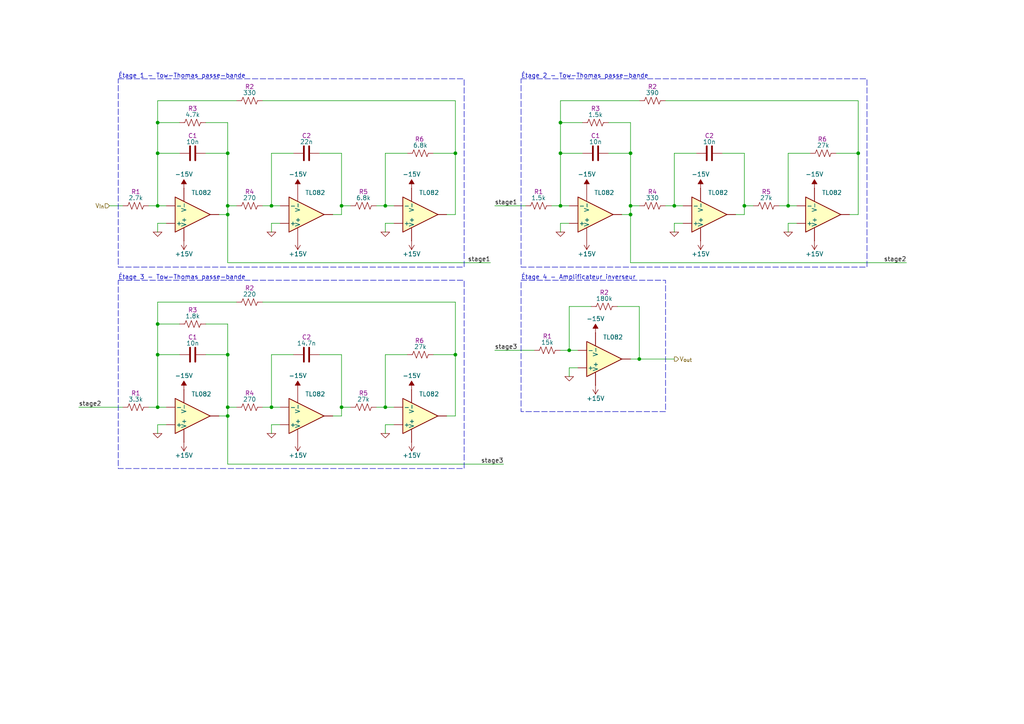
<source format=kicad_sch>
(kicad_sch (version 20250114) (generator "eeschema") (generator_version "9.0")
  (paper "A4")
  (title_block (title "Filtre passe-bande"))
  (lib_symbols
    (symbol "Device:C" (pin_numbers (hide yes)) (pin_names (offset 0.254))
      (property "Reference" "C" (at 0.635 2.54 0))
      (property "Value" "C" (at 0.635 -2.54 0))
      (symbol "C_0_1"
        (polyline (pts (xy -2.032 0.762) (xy 2.032 0.762)) (stroke (width 0.508)))
        (polyline (pts (xy -2.032 -0.762) (xy 2.032 -0.762)) (stroke (width 0.508)))
      )
      (symbol "C_1_1"
        (pin passive line (at 0 3.81 270) (length 2.794) (name "~") (number "1"))
        (pin passive line (at 0 -3.81 90) (length 2.794) (name "~") (number "2"))
      )
    )
    (symbol "Device:R_US" (pin_numbers (hide yes)) (pin_names (offset 0))
      (property "Reference" "R" (at 2.54 0 90))
      (property "Value" "R_US" (at -2.54 0 90))
      (symbol "R_US_0_1"
        (polyline (pts (xy 0 2.286) (xy 0 2.54)))
        (polyline (pts (xy 0 2.286) (xy 1.016 1.905) (xy 0 1.524) (xy -1.016 1.143) (xy 0 0.762)))
        (polyline (pts (xy 0 0.762) (xy 1.016 0.381) (xy 0 0) (xy -1.016 -0.381) (xy 0 -0.762)))
        (polyline (pts (xy 0 -0.762) (xy 1.016 -1.143) (xy 0 -1.524) (xy -1.016 -1.905) (xy 0 -2.286)))
        (polyline (pts (xy 0 -2.286) (xy 0 -2.54)))
      )
      (symbol "R_US_1_1"
        (pin passive line (at 0 3.81 270) (length 1.27) (name "~") (number "1"))
        (pin passive line (at 0 -3.81 90) (length 1.27) (name "~") (number "2"))
      )
    )
    (symbol "OPAMP_1" (pin_numbers (hide yes)) (pin_names (offset 0.254))
      (property "Reference" "U" (at 3.81 3.175 0))
      (property "Value" "${SIM.PARAMS}" (at 3.81 -3.175 0))
      (symbol "OPAMP_1_0_1"
        (polyline (pts (xy 5.08 0) (xy -5.08 5.08) (xy -5.08 -5.08) (xy 5.08 0)) (stroke (width 0.254)) (fill (type background)))
      )
      (symbol "OPAMP_1_1_1"
        (pin input line (at -7.62 2.54 0) (length 2.54) (name "+") (number "1"))
        (pin input line (at -7.62 -2.54 0) (length 2.54) (name "-") (number "2"))
        (pin power_in line (at -2.54 7.62 270) (length 3.81) (name "V+") (number "3"))
        (pin power_in line (at -2.54 -7.62 90) (length 3.81) (name "V-") (number "4"))
        (pin output line (at 7.62 0 180) (length 2.54) (name "~") (number "5"))
      )
    )
    (symbol "OPAMP_2" (pin_numbers (hide yes)) (pin_names (offset 0.254))
      (property "Reference" "U" (at 3.81 3.175 0))
      (property "Value" "${SIM.PARAMS}" (at 3.81 -3.175 0))
      (symbol "OPAMP_2_0_1"
        (polyline (pts (xy 5.08 0) (xy -5.08 5.08) (xy -5.08 -5.08) (xy 5.08 0)) (stroke (width 0.254)) (fill (type background)))
      )
      (symbol "OPAMP_2_1_1"
        (pin input line (at -7.62 2.54 0) (length 2.54) (name "+") (number "1"))
        (pin input line (at -7.62 -2.54 0) (length 2.54) (name "-") (number "2"))
        (pin power_in line (at -2.54 7.62 270) (length 3.81) (name "V+") (number "3"))
        (pin power_in line (at -2.54 -7.62 90) (length 3.81) (name "V-") (number "4"))
        (pin output line (at 7.62 0 180) (length 2.54) (name "~") (number "5"))
      )
    )
    (symbol "OPAMP_3" (pin_numbers (hide yes)) (pin_names (offset 0.254))
      (property "Reference" "U" (at 3.81 3.175 0))
      (property "Value" "${SIM.PARAMS}" (at 3.81 -3.175 0))
      (symbol "OPAMP_3_0_1"
        (polyline (pts (xy 5.08 0) (xy -5.08 5.08) (xy -5.08 -5.08) (xy 5.08 0)) (stroke (width 0.254)) (fill (type background)))
      )
      (symbol "OPAMP_3_1_1"
        (pin input line (at -7.62 2.54 0) (length 2.54) (name "+") (number "1"))
        (pin input line (at -7.62 -2.54 0) (length 2.54) (name "-") (number "2"))
        (pin power_in line (at -2.54 7.62 270) (length 3.81) (name "V+") (number "3"))
        (pin power_in line (at -2.54 -7.62 90) (length 3.81) (name "V-") (number "4"))
        (pin output line (at 7.62 0 180) (length 2.54) (name "~") (number "5"))
      )
    )
    (symbol "OPAMP_4" (pin_numbers (hide yes)) (pin_names (offset 0.254))
      (property "Reference" "U" (at 3.81 3.175 0))
      (property "Value" "${SIM.PARAMS}" (at 3.81 -3.175 0))
      (symbol "OPAMP_4_0_1"
        (polyline (pts (xy 5.08 0) (xy -5.08 5.08) (xy -5.08 -5.08) (xy 5.08 0)) (stroke (width 0.254)) (fill (type background)))
      )
      (symbol "OPAMP_4_1_1"
        (pin input line (at -7.62 2.54 0) (length 2.54) (name "+") (number "1"))
        (pin input line (at -7.62 -2.54 0) (length 2.54) (name "-") (number "2"))
        (pin power_in line (at -2.54 7.62 270) (length 3.81) (name "V+") (number "3"))
        (pin power_in line (at -2.54 -7.62 90) (length 3.81) (name "V-") (number "4"))
        (pin output line (at 7.62 0 180) (length 2.54) (name "~") (number "5"))
      )
    )
    (symbol "OPAMP_5" (pin_numbers (hide yes)) (pin_names (offset 0.254))
      (property "Reference" "U" (at 3.81 3.175 0))
      (property "Value" "${SIM.PARAMS}" (at 3.81 -3.175 0))
      (symbol "OPAMP_5_0_1"
        (polyline (pts (xy 5.08 0) (xy -5.08 5.08) (xy -5.08 -5.08) (xy 5.08 0)) (stroke (width 0.254)) (fill (type background)))
      )
      (symbol "OPAMP_5_1_1"
        (pin input line (at -7.62 2.54 0) (length 2.54) (name "+") (number "1"))
        (pin input line (at -7.62 -2.54 0) (length 2.54) (name "-") (number "2"))
        (pin power_in line (at -2.54 7.62 270) (length 3.81) (name "V+") (number "3"))
        (pin power_in line (at -2.54 -7.62 90) (length 3.81) (name "V-") (number "4"))
        (pin output line (at 7.62 0 180) (length 2.54) (name "~") (number "5"))
      )
    )
    (symbol "OPAMP_6" (pin_numbers (hide yes)) (pin_names (offset 0.254))
      (property "Reference" "U" (at 3.81 3.175 0))
      (property "Value" "${SIM.PARAMS}" (at 3.81 -3.175 0))
      (symbol "OPAMP_6_0_1"
        (polyline (pts (xy 5.08 0) (xy -5.08 5.08) (xy -5.08 -5.08) (xy 5.08 0)) (stroke (width 0.254)) (fill (type background)))
      )
      (symbol "OPAMP_6_1_1"
        (pin input line (at -7.62 2.54 0) (length 2.54) (name "+") (number "1"))
        (pin input line (at -7.62 -2.54 0) (length 2.54) (name "-") (number "2"))
        (pin power_in line (at -2.54 7.62 270) (length 3.81) (name "V+") (number "3"))
        (pin power_in line (at -2.54 -7.62 90) (length 3.81) (name "V-") (number "4"))
        (pin output line (at 7.62 0 180) (length 2.54) (name "~") (number "5"))
      )
    )
    (symbol "OPAMP_7" (pin_numbers (hide yes)) (pin_names (offset 0.254))
      (property "Reference" "U" (at 3.81 3.175 0))
      (property "Value" "${SIM.PARAMS}" (at 3.81 -3.175 0))
      (symbol "OPAMP_7_0_1"
        (polyline (pts (xy 5.08 0) (xy -5.08 5.08) (xy -5.08 -5.08) (xy 5.08 0)) (stroke (width 0.254)) (fill (type background)))
      )
      (symbol "OPAMP_7_1_1"
        (pin input line (at -7.62 2.54 0) (length 2.54) (name "+") (number "1"))
        (pin input line (at -7.62 -2.54 0) (length 2.54) (name "-") (number "2"))
        (pin power_in line (at -2.54 7.62 270) (length 3.81) (name "V+") (number "3"))
        (pin power_in line (at -2.54 -7.62 90) (length 3.81) (name "V-") (number "4"))
        (pin output line (at 7.62 0 180) (length 2.54) (name "~") (number "5"))
      )
    )
    (symbol "OPAMP_8" (pin_numbers (hide yes)) (pin_names (offset 0.254))
      (property "Reference" "U" (at 3.81 3.175 0))
      (property "Value" "${SIM.PARAMS}" (at 3.81 -3.175 0))
      (symbol "OPAMP_8_0_1"
        (polyline (pts (xy 5.08 0) (xy -5.08 5.08) (xy -5.08 -5.08) (xy 5.08 0)) (stroke (width 0.254)) (fill (type background)))
      )
      (symbol "OPAMP_8_1_1"
        (pin input line (at -7.62 2.54 0) (length 2.54) (name "+") (number "1"))
        (pin input line (at -7.62 -2.54 0) (length 2.54) (name "-") (number "2"))
        (pin power_in line (at -2.54 7.62 270) (length 3.81) (name "V+") (number "3"))
        (pin power_in line (at -2.54 -7.62 90) (length 3.81) (name "V-") (number "4"))
        (pin output line (at 7.62 0 180) (length 2.54) (name "~") (number "5"))
      )
    )
    (symbol "OPAMP_9" (pin_numbers (hide yes)) (pin_names (offset 0.254))
      (property "Reference" "U" (at 3.81 3.175 0))
      (property "Value" "${SIM.PARAMS}" (at 3.81 -3.175 0))
      (symbol "OPAMP_9_0_1"
        (polyline (pts (xy 5.08 0) (xy -5.08 5.08) (xy -5.08 -5.08) (xy 5.08 0)) (stroke (width 0.254)) (fill (type background)))
      )
      (symbol "OPAMP_9_1_1"
        (pin input line (at -7.62 2.54 0) (length 2.54) (name "+") (number "1"))
        (pin input line (at -7.62 -2.54 0) (length 2.54) (name "-") (number "2"))
        (pin power_in line (at -2.54 7.62 270) (length 3.81) (name "V+") (number "3"))
        (pin power_in line (at -2.54 -7.62 90) (length 3.81) (name "V-") (number "4"))
        (pin output line (at 7.62 0 180) (length 2.54) (name "~") (number "5"))
      )
    )
    (symbol "Simulation_SPICE:0" (power) (pin_numbers (hide yes)) (pin_names (offset 0) (hide yes))
      (property "Value" "0" (at 0 -2.54 0))
      (symbol "0_0_1"
        (polyline (pts (xy -1.27 0) (xy 0 -1.27) (xy 1.27 0) (xy -1.27 0)))
      )
      (symbol "0_1_1"
        (pin power_in line (at 0 0 0) (length 0) (name "~") (number "1"))
      )
    )
    (symbol "Simulation_SPICE:OPAMP" (pin_numbers (hide yes)) (pin_names (offset 0.254))
      (property "Reference" "U" (at 3.81 3.175 0))
      (property "Value" "${SIM.PARAMS}" (at 3.81 -3.175 0))
      (symbol "OPAMP_0_1"
        (polyline (pts (xy 5.08 0) (xy -5.08 5.08) (xy -5.08 -5.08) (xy 5.08 0)) (stroke (width 0.254)) (fill (type background)))
      )
      (symbol "OPAMP_1_1"
        (pin input line (at -7.62 2.54 0) (length 2.54) (name "+") (number "1"))
        (pin input line (at -7.62 -2.54 0) (length 2.54) (name "-") (number "2"))
        (pin power_in line (at -2.54 7.62 270) (length 3.81) (name "V+") (number "3"))
        (pin power_in line (at -2.54 -7.62 90) (length 3.81) (name "V-") (number "4"))
        (pin output line (at 7.62 0 180) (length 2.54) (name "~") (number "5"))
      )
    )
    (symbol "power:+15V" (power) (pin_numbers (hide yes)) (pin_names (offset 0) (hide yes))
      (property "Value" "+15V" (at 0 3.556 0))
      (symbol "+15V_0_1"
        (polyline (pts (xy -0.762 1.27) (xy 0 2.54)))
        (polyline (pts (xy 0 2.54) (xy 0.762 1.27)))
        (polyline (pts (xy 0 0) (xy 0 2.54)))
      )
      (symbol "+15V_1_1"
        (pin power_in line (at 0 0 90) (length 0) (name "~") (number "1"))
      )
    )
    (symbol "power:-15V" (power) (pin_numbers (hide yes)) (pin_names (offset 0) (hide yes))
      (property "Value" "-15V" (at 0 3.556 0))
      (symbol "-15V_0_0"
        (pin power_in line (at 0 0 90) (length 0) (name "~") (number "1"))
      )
      (symbol "-15V_0_1"
        (polyline (pts (xy 0 0) (xy 0 1.27) (xy 0.762 1.27) (xy 0 2.54) (xy -0.762 1.27) (xy 0 1.27)) (fill (type outline)))
      )
    )
  )
  (rectangle (start 151.13 22.86) (end 251.46 77.47) (stroke (width 0) (type dash)))
  (rectangle (start 34.29 81.28) (end 134.62 135.89) (stroke (width 0) (type dash)))
  (rectangle (start 151.13 81.28) (end 193.04 119.38) (stroke (width 0) (type dash)))
  (rectangle (start 34.29 22.86) (end 134.62 77.47) (stroke (width 0) (type dash)))
  (text "Étage 4 - Amplificateur inverseur" (at 151.13 81.28 0) (effects (font (size 1.27 1.27)) (justify left bottom)))
  (text "Étage 1 - Tow-Thomas passe-bande" (at 34.29 22.86 0) (effects (font (size 1.27 1.27)) (justify left bottom)))
  (text "Étage 3 - Tow-Thomas passe-bande" (at 34.29 81.28 0) (effects (font (size 1.27 1.27)) (justify left bottom)))
  (text "Étage 2 - Tow-Thomas passe-bande" (at 151.13 22.86 0) (effects (font (size 1.27 1.27)) (justify left bottom)))
  (junction (at 78.74 59.69))
  (junction (at 162.56 44.45))
  (junction (at 162.56 59.69))
  (junction (at 66.04 62.23))
  (junction (at 111.76 59.69))
  (junction (at 78.74 118.11))
  (junction (at 45.72 118.11))
  (junction (at 66.04 120.65))
  (junction (at 66.04 59.69))
  (junction (at 165.1 101.6))
  (junction (at 66.04 44.45))
  (junction (at 132.08 102.87))
  (junction (at 228.6 59.69))
  (junction (at 45.72 59.69))
  (junction (at 248.92 44.45))
  (junction (at 45.72 102.87))
  (junction (at 66.04 118.11))
  (junction (at 45.72 44.45))
  (junction (at 111.76 118.11))
  (junction (at 45.72 93.98))
  (junction (at 182.88 44.45))
  (junction (at 185.42 104.14))
  (junction (at 182.88 59.69))
  (junction (at 45.72 35.56))
  (junction (at 162.56 35.56))
  (junction (at 182.88 62.23))
  (junction (at 66.04 102.87))
  (junction (at 99.06 118.11))
  (junction (at 195.58 59.69))
  (junction (at 215.9 59.69))
  (junction (at 132.08 44.45))
  (junction (at 99.06 59.69))
  (wire (pts (xy 182.88 62.23) (xy 182.88 76.2)))
  (wire (pts (xy 176.53 44.45) (xy 182.88 44.45)))
  (wire (pts (xy 215.9 44.45) (xy 215.9 59.69)))
  (wire (pts (xy 59.69 102.87) (xy 66.04 102.87)))
  (wire (pts (xy 111.76 118.11) (xy 114.3 118.11)))
  (wire (pts (xy 179.07 88.9) (xy 185.42 88.9)))
  (wire (pts (xy 248.92 44.45) (xy 248.92 62.23)))
  (wire (pts (xy 66.04 93.98) (xy 66.04 102.87)))
  (wire (pts (xy 228.6 59.69) (xy 231.14 59.69)))
  (wire (pts (xy 45.72 93.98) (xy 45.72 87.63)))
  (wire (pts (xy 45.72 87.63) (xy 68.58 87.63)))
  (wire (pts (xy 45.72 35.56) (xy 45.72 29.21)))
  (wire (pts (xy 125.73 102.87) (xy 132.08 102.87)))
  (wire (pts (xy 162.56 35.56) (xy 162.56 29.21)))
  (wire (pts (xy 66.04 118.11) (xy 68.58 118.11)))
  (wire (pts (xy 66.04 44.45) (xy 66.04 59.69)))
  (wire (pts (xy 242.57 44.45) (xy 248.92 44.45)))
  (wire (pts (xy 226.06 59.69) (xy 228.6 59.69)))
  (wire (pts (xy 109.22 59.69) (xy 111.76 59.69)))
  (wire (pts (xy 78.74 67.31) (xy 78.74 64.77)))
  (wire (pts (xy 234.95 44.45) (xy 228.6 44.45)))
  (wire (pts (xy 111.76 123.19) (xy 114.3 123.19)))
  (wire (pts (xy 45.72 118.11) (xy 48.26 118.11)))
  (wire (pts (xy 132.08 29.21) (xy 132.08 44.45)))
  (wire (pts (xy 43.18 59.69) (xy 45.72 59.69)))
  (wire (pts (xy 78.74 59.69) (xy 81.28 59.69)))
  (wire (pts (xy 45.72 102.87) (xy 45.72 118.11)))
  (wire (pts (xy 125.73 44.45) (xy 132.08 44.45)))
  (wire (pts (xy 182.88 59.69) (xy 182.88 62.23)))
  (wire (pts (xy 182.88 44.45) (xy 182.88 59.69)))
  (wire (pts (xy 165.1 101.6) (xy 167.64 101.6)))
  (wire (pts (xy 76.2 29.21) (xy 132.08 29.21)))
  (wire (pts (xy 162.56 101.6) (xy 165.1 101.6)))
  (wire (pts (xy 59.69 35.56) (xy 66.04 35.56)))
  (wire (pts (xy 228.6 64.77) (xy 231.14 64.77)))
  (wire (pts (xy 99.06 118.11) (xy 99.06 120.65)))
  (wire (pts (xy 78.74 125.73) (xy 78.74 123.19)))
  (wire (pts (xy 66.04 134.62) (xy 146.05 134.62)))
  (wire (pts (xy 99.06 118.11) (xy 101.6 118.11)))
  (wire (pts (xy 201.93 44.45) (xy 195.58 44.45)))
  (wire (pts (xy 66.04 120.65) (xy 63.5 120.65)))
  (wire (pts (xy 118.11 44.45) (xy 111.76 44.45)))
  (wire (pts (xy 66.04 62.23) (xy 66.04 76.2)))
  (wire (pts (xy 168.91 44.45) (xy 162.56 44.45)))
  (wire (pts (xy 118.11 102.87) (xy 111.76 102.87)))
  (wire (pts (xy 45.72 123.19) (xy 48.26 123.19)))
  (wire (pts (xy 162.56 44.45) (xy 162.56 59.69)))
  (wire (pts (xy 195.58 67.31) (xy 195.58 64.77)))
  (wire (pts (xy 176.53 35.56) (xy 182.88 35.56)))
  (wire (pts (xy 66.04 59.69) (xy 66.04 62.23)))
  (wire (pts (xy 92.71 102.87) (xy 99.06 102.87)))
  (wire (pts (xy 165.1 109.22) (xy 165.1 106.68)))
  (wire (pts (xy 165.1 88.9) (xy 165.1 101.6)))
  (wire (pts (xy 78.74 123.19) (xy 81.28 123.19)))
  (wire (pts (xy 111.76 64.77) (xy 114.3 64.77)))
  (wire (pts (xy 96.52 62.23) (xy 99.06 62.23)))
  (wire (pts (xy 129.54 62.23) (xy 132.08 62.23)))
  (wire (pts (xy 193.04 29.21) (xy 248.92 29.21)))
  (wire (pts (xy 195.58 59.69) (xy 198.12 59.69)))
  (wire (pts (xy 111.76 102.87) (xy 111.76 118.11)))
  (wire (pts (xy 182.88 35.56) (xy 182.88 44.45)))
  (wire (pts (xy 132.08 87.63) (xy 132.08 102.87)))
  (wire (pts (xy 45.72 67.31) (xy 45.72 64.77)))
  (wire (pts (xy 59.69 93.98) (xy 66.04 93.98)))
  (wire (pts (xy 78.74 102.87) (xy 78.74 118.11)))
  (wire (pts (xy 209.55 44.45) (xy 215.9 44.45)))
  (wire (pts (xy 215.9 59.69) (xy 215.9 62.23)))
  (wire (pts (xy 66.04 59.69) (xy 68.58 59.69)))
  (wire (pts (xy 45.72 29.21) (xy 68.58 29.21)))
  (wire (pts (xy 66.04 62.23) (xy 63.5 62.23)))
  (wire (pts (xy 45.72 44.45) (xy 45.72 35.56)))
  (wire (pts (xy 171.45 88.9) (xy 165.1 88.9)))
  (wire (pts (xy 143.51 101.6) (xy 154.94 101.6)))
  (wire (pts (xy 31.75 59.69) (xy 35.56 59.69)))
  (wire (pts (xy 182.88 76.2) (xy 262.89 76.2)))
  (wire (pts (xy 132.08 44.45) (xy 132.08 62.23)))
  (wire (pts (xy 43.18 118.11) (xy 45.72 118.11)))
  (wire (pts (xy 182.88 104.14) (xy 185.42 104.14)))
  (wire (pts (xy 162.56 59.69) (xy 165.1 59.69)))
  (wire (pts (xy 111.76 67.31) (xy 111.76 64.77)))
  (wire (pts (xy 92.71 44.45) (xy 99.06 44.45)))
  (wire (pts (xy 228.6 44.45) (xy 228.6 59.69)))
  (wire (pts (xy 66.04 35.56) (xy 66.04 44.45)))
  (wire (pts (xy 45.72 93.98) (xy 52.07 93.98)))
  (wire (pts (xy 165.1 106.68) (xy 167.64 106.68)))
  (wire (pts (xy 111.76 44.45) (xy 111.76 59.69)))
  (wire (pts (xy 111.76 125.73) (xy 111.76 123.19)))
  (wire (pts (xy 66.04 120.65) (xy 66.04 134.62)))
  (wire (pts (xy 162.56 35.56) (xy 168.91 35.56)))
  (wire (pts (xy 52.07 102.87) (xy 45.72 102.87)))
  (wire (pts (xy 96.52 120.65) (xy 99.06 120.65)))
  (wire (pts (xy 182.88 62.23) (xy 180.34 62.23)))
  (wire (pts (xy 162.56 64.77) (xy 165.1 64.77)))
  (wire (pts (xy 78.74 118.11) (xy 81.28 118.11)))
  (wire (pts (xy 99.06 59.69) (xy 99.06 62.23)))
  (wire (pts (xy 109.22 118.11) (xy 111.76 118.11)))
  (wire (pts (xy 111.76 59.69) (xy 114.3 59.69)))
  (wire (pts (xy 22.86 118.11) (xy 35.56 118.11)))
  (wire (pts (xy 78.74 44.45) (xy 78.74 59.69)))
  (wire (pts (xy 143.51 59.69) (xy 152.4 59.69)))
  (wire (pts (xy 182.88 59.69) (xy 185.42 59.69)))
  (wire (pts (xy 185.42 104.14) (xy 195.58 104.14)))
  (wire (pts (xy 193.04 59.69) (xy 195.58 59.69)))
  (wire (pts (xy 78.74 64.77) (xy 81.28 64.77)))
  (wire (pts (xy 195.58 44.45) (xy 195.58 59.69)))
  (wire (pts (xy 45.72 102.87) (xy 45.72 93.98)))
  (wire (pts (xy 66.04 102.87) (xy 66.04 118.11)))
  (wire (pts (xy 162.56 29.21) (xy 185.42 29.21)))
  (wire (pts (xy 248.92 29.21) (xy 248.92 44.45)))
  (wire (pts (xy 45.72 59.69) (xy 48.26 59.69)))
  (wire (pts (xy 76.2 59.69) (xy 78.74 59.69)))
  (wire (pts (xy 215.9 59.69) (xy 218.44 59.69)))
  (wire (pts (xy 132.08 102.87) (xy 132.08 120.65)))
  (wire (pts (xy 162.56 67.31) (xy 162.56 64.77)))
  (wire (pts (xy 185.42 88.9) (xy 185.42 104.14)))
  (wire (pts (xy 45.72 44.45) (xy 45.72 59.69)))
  (wire (pts (xy 45.72 125.73) (xy 45.72 123.19)))
  (wire (pts (xy 99.06 44.45) (xy 99.06 59.69)))
  (wire (pts (xy 66.04 76.2) (xy 142.24 76.2)))
  (wire (pts (xy 99.06 59.69) (xy 101.6 59.69)))
  (wire (pts (xy 45.72 35.56) (xy 52.07 35.56)))
  (wire (pts (xy 76.2 87.63) (xy 132.08 87.63)))
  (wire (pts (xy 213.36 62.23) (xy 215.9 62.23)))
  (wire (pts (xy 129.54 120.65) (xy 132.08 120.65)))
  (wire (pts (xy 85.09 102.87) (xy 78.74 102.87)))
  (wire (pts (xy 45.72 64.77) (xy 48.26 64.77)))
  (wire (pts (xy 246.38 62.23) (xy 248.92 62.23)))
  (wire (pts (xy 52.07 44.45) (xy 45.72 44.45)))
  (wire (pts (xy 66.04 118.11) (xy 66.04 120.65)))
  (wire (pts (xy 99.06 102.87) (xy 99.06 118.11)))
  (wire (pts (xy 228.6 67.31) (xy 228.6 64.77)))
  (wire (pts (xy 59.69 44.45) (xy 66.04 44.45)))
  (wire (pts (xy 76.2 118.11) (xy 78.74 118.11)))
  (wire (pts (xy 85.09 44.45) (xy 78.74 44.45)))
  (wire (pts (xy 162.56 44.45) (xy 162.56 35.56)))
  (wire (pts (xy 195.58 64.77) (xy 198.12 64.77)))
  (wire (pts (xy 160.02 59.69) (xy 162.56 59.69)))
  (label "stage2" (at 22.86 118.11 0))
  (label "stage3" (at 143.51 101.6 0))
  (label "stage1" (at 142.24 76.2 180))
  (label "stage1" (at 143.51 59.69 0))
  (label "stage3" (at 146.05 134.62 180))
  (label "stage2" (at 262.89 76.2 180))
  (hierarchical_label "V_{out}" (shape output) (at 195.58 104.14 0))
  (hierarchical_label "V_{in}" (shape input) (at 31.75 59.69 180))
  (symbol (lib_id "power:+15V") (at 53.34 128.27 180) (unit 1)
    (property "Reference" "#PWR019" (effects (hide yes)))
    (property "Value" "+15V" (at 53.34 132.08 0))
    (property "Description" "Power symbol creates a global label with name \"+15V\"" (effects (hide yes)))
  )
  (symbol (lib_id "power:-15V") (at 172.72 96.52 0) (unit 1)
    (property "Reference" "#PWR020" (effects (hide yes)))
    (property "Value" "-15V" (at 172.72 92.456 0))
    (property "Description" "Power symbol creates a global label with name \"-15V\"" (effects (hide yes)))
    (instances (project "projet_2_1_2" (path "" (reference "#PWR020") (unit 1))) (project "projet_2_1_2" (path "" (reference "#PWR021") (unit 1))))
  )
  (symbol (lib_name "OPAMP_3") (lib_id "Simulation_SPICE:OPAMP") (at 121.92 62.23 0) (mirror x) (unit 1)
    (property "Reference" "U6" (effects (hide yes)))
    (property "Value" "TL082" (at 121.5233 55.88 0) (effects (justify left)))
    (property "Datasheet" "https://ngspice.sourceforge.io/docs/ngspice-html-manual/manual.xhtml#sec__SUBCKT_Subcircuits" (effects (hide yes)))
    (property "Description" "Operational amplifier, single" (effects (hide yes)))
    (property "Sim.Pins" "1=1 2=2 3=3 4=4 5=5" (effects (hide yes)))
    (property "Sim.Device" "SUBCKT" (effects (hide yes)))
    (property "Sim.Library" "TL082.MOD" (effects (hide yes)))
    (property "Sim.Name" "TL082" (effects (hide yes)))
    (instances (project "projet" (path "" (reference "U6") (unit 1))) (project "projet_2_1_2" (path "" (reference "U3") (unit 1))))
  )
  (symbol (lib_name "OPAMP_6") (lib_id "Simulation_SPICE:OPAMP") (at 238.76 62.23 0) (mirror x) (unit 1)
    (property "Reference" "U7" (effects (hide yes)))
    (property "Value" "TL082" (at 238.3633 55.88 0) (effects (justify left)))
    (property "Datasheet" "https://ngspice.sourceforge.io/docs/ngspice-html-manual/manual.xhtml#sec__SUBCKT_Subcircuits" (effects (hide yes)))
    (property "Description" "Operational amplifier, single" (effects (hide yes)))
    (property "Sim.Pins" "1=1 2=2 3=3 4=4 5=5" (effects (hide yes)))
    (property "Sim.Device" "SUBCKT" (effects (hide yes)))
    (property "Sim.Library" "TL082.MOD" (effects (hide yes)))
    (property "Sim.Name" "TL082" (effects (hide yes)))
  )
  (symbol (lib_id "Device:R_US") (at 156.21 59.69 90) (unit 1)
    (property "Reference" "R5" (effects (hide yes)))
    (property "Value" "1.5k" (at 156.21 57.404 90))
    (property "Description" "Resistor, US symbol" (effects (hide yes)))
    (property "Ref.Alt" "R1" (at 156.21 55.626 90))
  )
  (symbol (lib_id "power:+15V") (at 236.22 69.85 180) (unit 1)
    (property "Reference" "#PWR017" (effects (hide yes)))
    (property "Value" "+15V" (at 236.22 73.66 0))
    (property "Description" "Power symbol creates a global label with name \"+15V\"" (effects (hide yes)))
  )
  (symbol (lib_id "Device:R_US") (at 189.23 59.69 90) (unit 1)
    (property "Reference" "R11" (effects (hide yes)))
    (property "Value" "330" (at 189.23 57.404 90))
    (property "Description" "Resistor, US symbol" (effects (hide yes)))
    (property "Ref.Alt" "R4" (at 189.23 55.626 90))
  )
  (symbol (lib_id "Simulation_SPICE:0") (at 111.76 67.31 0) (unit 1)
    (property "Reference" "#GND012" (effects (hide yes)))
    (property "Value" "0" (effects (hide yes)))
    (property "Datasheet" "https://ngspice.sourceforge.io/docs/ngspice-html-manual/manual.xhtml#subsec_Circuit_elements__device" (effects (hide yes)))
    (property "Description" "0V reference potential for simulation" (effects (hide yes)))
    (instances (project "projet_2_1_2" (path "" (reference "#GND012") (unit 1))) (project "projet_2_1_2" (path "" (reference "#GND04") (unit 1))))
  )
  (symbol (lib_id "Device:R_US") (at 72.39 87.63 90) (unit 1)
    (property "Reference" "R20" (effects (hide yes)))
    (property "Value" "220" (at 72.39 85.344 90))
    (property "Description" "Resistor, US symbol" (effects (hide yes)))
    (property "Ref.Alt" "R2" (at 72.39 83.566 90))
  )
  (symbol (lib_id "Device:R_US") (at 39.37 59.69 90) (unit 1)
    (property "Reference" "R4" (effects (hide yes)))
    (property "Value" "2.7k" (at 39.37 57.404 90))
    (property "Description" "Resistor, US symbol" (effects (hide yes)))
    (property "Ref.Alt" "R1" (at 39.37 55.626 90))
    (instances (project "projet" (path "" (reference "R4") (unit 1))) (project "projet_2_1_2" (path "" (reference "R1") (unit 1))))
  )
  (symbol (lib_id "power:-15V") (at 86.36 113.03 0) (unit 1)
    (property "Reference" "#PWR022" (effects (hide yes)))
    (property "Value" "-15V" (at 86.36 108.966 0))
    (property "Description" "Power symbol creates a global label with name \"-15V\"" (effects (hide yes)))
  )
  (symbol (lib_id "Simulation_SPICE:0") (at 45.72 67.31 0) (unit 1)
    (property "Reference" "#GND08" (effects (hide yes)))
    (property "Value" "0" (effects (hide yes)))
    (property "Datasheet" "https://ngspice.sourceforge.io/docs/ngspice-html-manual/manual.xhtml#subsec_Circuit_elements__device" (effects (hide yes)))
    (property "Description" "0V reference potential for simulation" (effects (hide yes)))
    (instances (project "" (path "" (reference "#GND08") (unit 1))) (project "" (path "" (reference "#GND01") (unit 1))))
  )
  (symbol (lib_id "power:+15V") (at 172.72 111.76 180) (unit 1)
    (property "Reference" "#PWR021" (effects (hide yes)))
    (property "Value" "+15V" (at 172.72 115.57 0))
    (property "Description" "Power symbol creates a global label with name \"+15V\"" (effects (hide yes)))
    (instances (project "projet_2_1_2" (path "" (reference "#PWR021") (unit 1))) (project "projet_2_1_2" (path "" (reference "#PWR022") (unit 1))))
  )
  (symbol (lib_id "Simulation_SPICE:0") (at 78.74 125.73 0) (unit 1)
    (property "Reference" "#GND016" (effects (hide yes)))
    (property "Value" "0" (effects (hide yes)))
    (property "Datasheet" "https://ngspice.sourceforge.io/docs/ngspice-html-manual/manual.xhtml#subsec_Circuit_elements__device" (effects (hide yes)))
    (property "Description" "0V reference potential for simulation" (effects (hide yes)))
  )
  (symbol (lib_name "OPAMP_2") (lib_id "Simulation_SPICE:OPAMP") (at 88.9 62.23 0) (mirror x) (unit 1)
    (property "Reference" "U4" (effects (hide yes)))
    (property "Value" "TL082" (at 88.5033 55.88 0) (effects (justify left)))
    (property "Datasheet" "https://ngspice.sourceforge.io/docs/ngspice-html-manual/manual.xhtml#sec__SUBCKT_Subcircuits" (effects (hide yes)))
    (property "Description" "Operational amplifier, single" (effects (hide yes)))
    (property "Sim.Pins" "1=1 2=2 3=3 4=4 5=5" (effects (hide yes)))
    (property "Sim.Device" "SUBCKT" (effects (hide yes)))
    (property "Sim.Library" "TL082.MOD" (effects (hide yes)))
    (property "Sim.Name" "TL082" (effects (hide yes)))
    (instances (project "projet" (path "" (reference "U4") (unit 1))) (project "projet_2_1_2" (path "" (reference "U2") (unit 1))))
  )
  (symbol (lib_id "power:+15V") (at 119.38 69.85 180) (unit 1)
    (property "Reference" "#PWR015" (effects (hide yes)))
    (property "Value" "+15V" (at 119.38 73.66 0))
    (property "Description" "Power symbol creates a global label with name \"+15V\"" (effects (hide yes)))
    (instances (project "projet_2_1_2" (path "" (reference "#PWR015") (unit 1))) (project "projet_2_1_2" (path "" (reference "#PWR08") (unit 1))))
  )
  (symbol (lib_id "Simulation_SPICE:0") (at 165.1 109.22 0) (unit 1)
    (property "Reference" "#GND015" (effects (hide yes)))
    (property "Value" "0" (effects (hide yes)))
    (property "Datasheet" "https://ngspice.sourceforge.io/docs/ngspice-html-manual/manual.xhtml#subsec_Circuit_elements__device" (effects (hide yes)))
    (property "Description" "0V reference potential for simulation" (effects (hide yes)))
    (instances (project "projet_2_1_2" (path "" (reference "#GND015") (unit 1))) (project "projet_2_1_2" (path "" (reference "#GND06") (unit 1))))
  )
  (symbol (lib_id "Device:R_US") (at 238.76 44.45 90) (unit 1)
    (property "Reference" "R15" (effects (hide yes)))
    (property "Value" "27k" (at 238.76 42.164 90))
    (property "Description" "Resistor, US symbol" (effects (hide yes)))
    (property "Ref.Alt" "R6" (at 238.506 40.386 90))
  )
  (symbol (lib_id "power:-15V") (at 53.34 54.61 0) (unit 1)
    (property "Reference" "#PWR06" (effects (hide yes)))
    (property "Value" "-15V" (at 53.34 50.546 0))
    (property "Description" "Power symbol creates a global label with name \"-15V\"" (effects (hide yes)))
    (instances (project "projet_2_1_2" (path "" (reference "#PWR06") (unit 1))) (project "projet_2_1_2" (path "" (reference "#PWR04") (unit 1))))
  )
  (symbol (lib_id "Device:R_US") (at 175.26 88.9 90) (unit 1)
    (property "Reference" "R19" (effects (hide yes)))
    (property "Value" "180k" (at 175.26 86.614 90))
    (property "Description" "Resistor, US symbol" (effects (hide yes)))
    (property "Ref.Alt" "R2" (at 175.26 84.836 90))
    (instances (project "projet" (path "" (reference "R19") (unit 1))) (project "projet_2_1_2" (path "" (reference "R20") (unit 1))))
  )
  (symbol (lib_id "Simulation_SPICE:0") (at 162.56 67.31 0) (unit 1)
    (property "Reference" "#GND09" (effects (hide yes)))
    (property "Value" "0" (effects (hide yes)))
    (property "Datasheet" "https://ngspice.sourceforge.io/docs/ngspice-html-manual/manual.xhtml#subsec_Circuit_elements__device" (effects (hide yes)))
    (property "Description" "0V reference potential for simulation" (effects (hide yes)))
  )
  (symbol (lib_id "power:+15V") (at 170.18 69.85 180) (unit 1)
    (property "Reference" "#PWR09" (effects (hide yes)))
    (property "Value" "+15V" (at 170.18 73.66 0))
    (property "Description" "Power symbol creates a global label with name \"+15V\"" (effects (hide yes)))
  )
  (symbol (lib_name "OPAMP_5") (lib_id "Simulation_SPICE:OPAMP") (at 205.74 62.23 0) (mirror x) (unit 1)
    (property "Reference" "U5" (effects (hide yes)))
    (property "Value" "TL082" (at 205.3433 55.88 0) (effects (justify left)))
    (property "Datasheet" "https://ngspice.sourceforge.io/docs/ngspice-html-manual/manual.xhtml#sec__SUBCKT_Subcircuits" (effects (hide yes)))
    (property "Description" "Operational amplifier, single" (effects (hide yes)))
    (property "Sim.Pins" "1=1 2=2 3=3 4=4 5=5" (effects (hide yes)))
    (property "Sim.Device" "SUBCKT" (effects (hide yes)))
    (property "Sim.Library" "TL082.MOD" (effects (hide yes)))
    (property "Sim.Name" "TL082" (effects (hide yes)))
  )
  (symbol (lib_id "Device:R_US") (at 158.75 101.6 90) (unit 1)
    (property "Reference" "R17" (effects (hide yes)))
    (property "Value" "15k" (at 158.75 99.314 90))
    (property "Description" "Resistor, US symbol" (effects (hide yes)))
    (property "Ref.Alt" "R1" (at 158.75 97.536 90))
    (instances (project "projet" (path "" (reference "R17") (unit 1))) (project "projet_2_1_2" (path "" (reference "R19") (unit 1))))
  )
  (symbol (lib_id "Device:C") (at 205.74 44.45 90) (unit 1)
    (property "Reference" "C5" (effects (hide yes)))
    (property "Value" "10n" (at 205.74 41.148 90))
    (property "Description" "Unpolarized capacitor" (effects (hide yes)))
    (property "Ref.Alt" "C2" (at 205.74 39.37 90))
  )
  (symbol (lib_name "OPAMP_7") (lib_id "Simulation_SPICE:OPAMP") (at 55.88 120.65 0) (mirror x) (unit 1)
    (property "Reference" "U8" (effects (hide yes)))
    (property "Value" "TL082" (at 55.4833 114.3 0) (effects (justify left)))
    (property "Datasheet" "https://ngspice.sourceforge.io/docs/ngspice-html-manual/manual.xhtml#sec__SUBCKT_Subcircuits" (effects (hide yes)))
    (property "Description" "Operational amplifier, single" (effects (hide yes)))
    (property "Sim.Pins" "1=1 2=2 3=3 4=4 5=5" (effects (hide yes)))
    (property "Sim.Device" "SUBCKT" (effects (hide yes)))
    (property "Sim.Library" "TL082.MOD" (effects (hide yes)))
    (property "Sim.Name" "TL082" (effects (hide yes)))
  )
  (symbol (lib_id "Device:R_US") (at 121.92 102.87 90) (unit 1)
    (property "Reference" "R23" (effects (hide yes)))
    (property "Value" "27k" (at 121.92 100.584 90))
    (property "Description" "Resistor, US symbol" (effects (hide yes)))
    (property "Ref.Alt" "R6" (at 121.666 98.806 90))
  )
  (symbol (lib_id "Device:R_US") (at 121.92 44.45 90) (unit 1)
    (property "Reference" "R14" (effects (hide yes)))
    (property "Value" "6.8k" (at 121.92 42.164 90))
    (property "Description" "Resistor, US symbol" (effects (hide yes)))
    (property "Ref.Alt" "R6" (at 121.666 40.386 90))
    (instances (project "projet" (path "" (reference "R14") (unit 1))) (project "projet_2_1_2" (path "" (reference "R6") (unit 1))))
  )
  (symbol (lib_name "OPAMP_9") (lib_id "Simulation_SPICE:OPAMP") (at 121.92 120.65 0) (mirror x) (unit 1)
    (property "Reference" "U11" (effects (hide yes)))
    (property "Value" "TL082" (at 121.5233 114.3 0) (effects (justify left)))
    (property "Datasheet" "https://ngspice.sourceforge.io/docs/ngspice-html-manual/manual.xhtml#sec__SUBCKT_Subcircuits" (effects (hide yes)))
    (property "Description" "Operational amplifier, single" (effects (hide yes)))
    (property "Sim.Pins" "1=1 2=2 3=3 4=4 5=5" (effects (hide yes)))
    (property "Sim.Device" "SUBCKT" (effects (hide yes)))
    (property "Sim.Library" "TL082.MOD" (effects (hide yes)))
    (property "Sim.Name" "TL082" (effects (hide yes)))
  )
  (symbol (lib_name "OPAMP_8") (lib_id "Simulation_SPICE:OPAMP") (at 88.9 120.65 0) (mirror x) (unit 1)
    (property "Reference" "U10" (effects (hide yes)))
    (property "Value" "TL082" (at 88.5033 114.3 0) (effects (justify left)))
    (property "Datasheet" "https://ngspice.sourceforge.io/docs/ngspice-html-manual/manual.xhtml#sec__SUBCKT_Subcircuits" (effects (hide yes)))
    (property "Description" "Operational amplifier, single" (effects (hide yes)))
    (property "Sim.Pins" "1=1 2=2 3=3 4=4 5=5" (effects (hide yes)))
    (property "Sim.Device" "SUBCKT" (effects (hide yes)))
    (property "Sim.Library" "TL082.MOD" (effects (hide yes)))
    (property "Sim.Name" "TL082" (effects (hide yes)))
  )
  (symbol (lib_id "power:-15V") (at 119.38 54.61 0) (unit 1)
    (property "Reference" "#PWR014" (effects (hide yes)))
    (property "Value" "-15V" (at 119.38 50.546 0))
    (property "Description" "Power symbol creates a global label with name \"-15V\"" (effects (hide yes)))
    (instances (project "projet_2_1_2" (path "" (reference "#PWR014") (unit 1))) (project "projet_2_1_2" (path "" (reference "#PWR07") (unit 1))))
  )
  (symbol (lib_id "Device:R_US") (at 55.88 35.56 90) (unit 1)
    (property "Reference" "R6" (effects (hide yes)))
    (property "Value" "4.7k" (at 55.88 33.274 90))
    (property "Description" "Resistor, US symbol" (effects (hide yes)))
    (property "Ref.Alt" "R3" (at 55.88 31.496 90))
  )
  (symbol (lib_id "Device:C") (at 88.9 44.45 90) (unit 1)
    (property "Reference" "C4" (effects (hide yes)))
    (property "Value" "22n" (at 88.9 41.148 90))
    (property "Description" "Unpolarized capacitor" (effects (hide yes)))
    (property "Ref.Alt" "C2" (at 88.9 39.37 90))
    (instances (project "projet" (path "" (reference "C4") (unit 1))) (project "projet_2_1_2" (path "" (reference "C2") (unit 1))))
  )
  (symbol (lib_id "Device:R_US") (at 189.23 29.21 90) (unit 1)
    (property "Reference" "R10" (effects (hide yes)))
    (property "Value" "390" (at 189.23 26.924 90))
    (property "Description" "Resistor, US symbol" (effects (hide yes)))
    (property "Ref.Alt" "R2" (at 189.23 25.146 90))
  )
  (symbol (lib_id "power:-15V") (at 119.38 113.03 0) (unit 1)
    (property "Reference" "#PWR024" (effects (hide yes)))
    (property "Value" "-15V" (at 119.38 108.966 0))
    (property "Description" "Power symbol creates a global label with name \"-15V\"" (effects (hide yes)))
  )
  (symbol (lib_id "Device:C") (at 88.9 102.87 90) (unit 1)
    (property "Reference" "C7" (effects (hide yes)))
    (property "Value" "14.7n" (at 88.9 99.568 90))
    (property "Description" "Unpolarized capacitor" (effects (hide yes)))
    (property "Ref.Alt" "C2" (at 88.9 97.79 90))
  )
  (symbol (lib_id "Simulation_SPICE:0") (at 228.6 67.31 0) (unit 1)
    (property "Reference" "#GND013" (effects (hide yes)))
    (property "Value" "0" (effects (hide yes)))
    (property "Datasheet" "https://ngspice.sourceforge.io/docs/ngspice-html-manual/manual.xhtml#subsec_Circuit_elements__device" (effects (hide yes)))
    (property "Description" "0V reference potential for simulation" (effects (hide yes)))
  )
  (symbol (lib_id "Device:R_US") (at 72.39 29.21 90) (unit 1)
    (property "Reference" "R8" (effects (hide yes)))
    (property "Value" "330" (at 72.39 26.924 90))
    (property "Description" "Resistor, US symbol" (effects (hide yes)))
    (property "Ref.Alt" "R2" (at 72.39 25.146 90))
    (instances (project "projet" (path "" (reference "R8") (unit 1))) (project "projet_2_1_2" (path "" (reference "R2") (unit 1))))
  )
  (symbol (lib_id "Simulation_SPICE:0") (at 78.74 67.31 0) (unit 1)
    (property "Reference" "#GND010" (effects (hide yes)))
    (property "Value" "0" (effects (hide yes)))
    (property "Datasheet" "https://ngspice.sourceforge.io/docs/ngspice-html-manual/manual.xhtml#subsec_Circuit_elements__device" (effects (hide yes)))
    (property "Description" "0V reference potential for simulation" (effects (hide yes)))
    (instances (project "projet_2_1_2" (path "" (reference "#GND010") (unit 1))) (project "projet_2_1_2" (path "" (reference "#GND02") (unit 1))))
  )
  (symbol (lib_id "Device:R_US") (at 39.37 118.11 90) (unit 1)
    (property "Reference" "R16" (effects (hide yes)))
    (property "Value" "3.3k" (at 39.37 115.824 90))
    (property "Description" "Resistor, US symbol" (effects (hide yes)))
    (property "Ref.Alt" "R1" (at 39.37 114.046 90))
  )
  (symbol (lib_id "Simulation_SPICE:0") (at 195.58 67.31 0) (unit 1)
    (property "Reference" "#GND011" (effects (hide yes)))
    (property "Value" "0" (effects (hide yes)))
    (property "Datasheet" "https://ngspice.sourceforge.io/docs/ngspice-html-manual/manual.xhtml#subsec_Circuit_elements__device" (effects (hide yes)))
    (property "Description" "0V reference potential for simulation" (effects (hide yes)))
  )
  (symbol (lib_id "Device:R_US") (at 55.88 93.98 90) (unit 1)
    (property "Reference" "R18" (effects (hide yes)))
    (property "Value" "1.8k" (at 55.88 91.694 90))
    (property "Description" "Resistor, US symbol" (effects (hide yes)))
    (property "Ref.Alt" "R3" (at 55.88 89.916 90))
  )
  (symbol (lib_id "power:-15V") (at 86.36 54.61 0) (unit 1)
    (property "Reference" "#PWR010" (effects (hide yes)))
    (property "Value" "-15V" (at 86.36 50.546 0))
    (property "Description" "Power symbol creates a global label with name \"-15V\"" (effects (hide yes)))
    (instances (project "projet_2_1_2" (path "" (reference "#PWR010") (unit 1))) (project "projet_2_1_2" (path "" (reference "#PWR05") (unit 1))))
  )
  (symbol (lib_id "power:+15V") (at 203.2 69.85 180) (unit 1)
    (property "Reference" "#PWR013" (effects (hide yes)))
    (property "Value" "+15V" (at 203.2 73.66 0))
    (property "Description" "Power symbol creates a global label with name \"+15V\"" (effects (hide yes)))
  )
  (symbol (lib_id "power:-15V") (at 203.2 54.61 0) (unit 1)
    (property "Reference" "#PWR012" (effects (hide yes)))
    (property "Value" "-15V" (at 203.2 50.546 0))
    (property "Description" "Power symbol creates a global label with name \"-15V\"" (effects (hide yes)))
  )
  (symbol (lib_id "power:+15V") (at 119.38 128.27 180) (unit 1)
    (property "Reference" "#PWR025" (effects (hide yes)))
    (property "Value" "+15V" (at 119.38 132.08 0))
    (property "Description" "Power symbol creates a global label with name \"+15V\"" (effects (hide yes)))
  )
  (symbol (lib_name "OPAMP_4") (lib_id "Simulation_SPICE:OPAMP") (at 172.72 62.23 0) (mirror x) (unit 1)
    (property "Reference" "U3" (effects (hide yes)))
    (property "Value" "TL082" (at 172.3233 55.88 0) (effects (justify left)))
    (property "Datasheet" "https://ngspice.sourceforge.io/docs/ngspice-html-manual/manual.xhtml#sec__SUBCKT_Subcircuits" (effects (hide yes)))
    (property "Description" "Operational amplifier, single" (effects (hide yes)))
    (property "Sim.Pins" "1=1 2=2 3=3 4=4 5=5" (effects (hide yes)))
    (property "Sim.Device" "SUBCKT" (effects (hide yes)))
    (property "Sim.Library" "TL082.MOD" (effects (hide yes)))
    (property "Sim.Name" "TL082" (effects (hide yes)))
  )
  (symbol (lib_id "Device:R_US") (at 105.41 59.69 90) (unit 1)
    (property "Reference" "R12" (effects (hide yes)))
    (property "Value" "6.8k" (at 105.41 57.404 90))
    (property "Description" "Resistor, US symbol" (effects (hide yes)))
    (property "Ref.Alt" "R5" (at 105.41 55.626 90))
    (instances (project "projet" (path "" (reference "R12") (unit 1))) (project "projet_2_1_2" (path "" (reference "R5") (unit 1))))
  )
  (symbol (lib_id "Device:R_US") (at 222.25 59.69 90) (unit 1)
    (property "Reference" "R13" (effects (hide yes)))
    (property "Value" "27k" (at 222.25 57.404 90))
    (property "Description" "Resistor, US symbol" (effects (hide yes)))
    (property "Ref.Alt" "R5" (at 222.25 55.626 90))
  )
  (symbol (lib_id "Simulation_SPICE:0") (at 111.76 125.73 0) (unit 1)
    (property "Reference" "#GND017" (effects (hide yes)))
    (property "Value" "0" (effects (hide yes)))
    (property "Datasheet" "https://ngspice.sourceforge.io/docs/ngspice-html-manual/manual.xhtml#subsec_Circuit_elements__device" (effects (hide yes)))
    (property "Description" "0V reference potential for simulation" (effects (hide yes)))
  )
  (symbol (lib_id "Device:C") (at 172.72 44.45 90) (unit 1)
    (property "Reference" "C3" (effects (hide yes)))
    (property "Value" "10n" (at 172.72 41.148 90))
    (property "Description" "Unpolarized capacitor" (effects (hide yes)))
    (property "Ref.Alt" "C1" (at 172.72 39.37 90))
  )
  (symbol (lib_id "Device:C") (at 55.88 44.45 90) (unit 1)
    (property "Reference" "C2" (effects (hide yes)))
    (property "Value" "10n" (at 55.88 41.148 90))
    (property "Description" "Unpolarized capacitor" (effects (hide yes)))
    (property "Ref.Alt" "C1" (at 55.88 39.37 90))
    (instances (project "projet" (path "" (reference "C2") (unit 1))) (project "" (path "" (reference "C1") (unit 1))))
  )
  (symbol (lib_id "Device:R_US") (at 172.72 35.56 90) (unit 1)
    (property "Reference" "R7" (effects (hide yes)))
    (property "Value" "1.5k" (at 172.72 33.274 90))
    (property "Description" "Resistor, US symbol" (effects (hide yes)))
    (property "Ref.Alt" "R3" (at 172.72 31.496 90))
  )
  (symbol (lib_id "Device:R_US") (at 105.41 118.11 90) (unit 1)
    (property "Reference" "R22" (effects (hide yes)))
    (property "Value" "27k" (at 105.41 115.824 90))
    (property "Description" "Resistor, US symbol" (effects (hide yes)))
    (property "Ref.Alt" "R5" (at 105.41 114.046 90))
  )
  (symbol (lib_id "Simulation_SPICE:0") (at 45.72 125.73 0) (unit 1)
    (property "Reference" "#GND014" (effects (hide yes)))
    (property "Value" "0" (effects (hide yes)))
    (property "Datasheet" "https://ngspice.sourceforge.io/docs/ngspice-html-manual/manual.xhtml#subsec_Circuit_elements__device" (effects (hide yes)))
    (property "Description" "0V reference potential for simulation" (effects (hide yes)))
  )
  (symbol (lib_id "Simulation_SPICE:OPAMP") (at 175.26 104.14 0) (mirror x) (unit 1)
    (property "Reference" "U9" (effects (hide yes)))
    (property "Value" "TL082" (at 174.8633 97.79 0) (effects (justify left)))
    (property "Datasheet" "https://ngspice.sourceforge.io/docs/ngspice-html-manual/manual.xhtml#sec__SUBCKT_Subcircuits" (effects (hide yes)))
    (property "Description" "Operational amplifier, single" (effects (hide yes)))
    (property "Sim.Pins" "1=1 2=2 3=3 4=4 5=5" (effects (hide yes)))
    (property "Sim.Device" "SUBCKT" (effects (hide yes)))
    (property "Sim.Library" "TL082.MOD" (effects (hide yes)))
    (property "Sim.Name" "TL082" (effects (hide yes)))
    (instances (project "projet" (path "" (reference "U9") (unit 1))) (project "projet_2_1_2" (path "" (reference "U10") (unit 1))))
  )
  (symbol (lib_name "OPAMP_1") (lib_id "Simulation_SPICE:OPAMP") (at 55.88 62.23 0) (mirror x) (unit 1)
    (property "Reference" "U2" (effects (hide yes)))
    (property "Value" "TL082" (at 55.4833 55.88 0) (effects (justify left)))
    (property "Datasheet" "https://ngspice.sourceforge.io/docs/ngspice-html-manual/manual.xhtml#sec__SUBCKT_Subcircuits" (effects (hide yes)))
    (property "Description" "Operational amplifier, single" (effects (hide yes)))
    (property "Sim.Pins" "1=1 2=2 3=3 4=4 5=5" (effects (hide yes)))
    (property "Sim.Device" "SUBCKT" (effects (hide yes)))
    (property "Sim.Library" "TL082.MOD" (effects (hide yes)))
    (property "Sim.Name" "TL082" (effects (hide yes)))
    (instances (project "projet" (path "" (reference "U2") (unit 1))) (project "" (path "" (reference "U1") (unit 1))))
  )
  (symbol (lib_id "Device:C") (at 55.88 102.87 90) (unit 1)
    (property "Reference" "C6" (effects (hide yes)))
    (property "Value" "10n" (at 55.88 99.568 90))
    (property "Description" "Unpolarized capacitor" (effects (hide yes)))
    (property "Ref.Alt" "C1" (at 55.88 97.79 90))
  )
  (symbol (lib_id "power:+15V") (at 53.34 69.85 180) (unit 1)
    (property "Reference" "#PWR07" (effects (hide yes)))
    (property "Value" "+15V" (at 53.34 73.66 0))
    (property "Description" "Power symbol creates a global label with name \"+15V\"" (effects (hide yes)))
    (instances (project "projet_2_1_2" (path "" (reference "#PWR07") (unit 1))) (project "projet_2_1_2" (path "" (reference "#PWR03") (unit 1))))
  )
  (symbol (lib_id "power:-15V") (at 53.34 113.03 0) (unit 1)
    (property "Reference" "#PWR018" (effects (hide yes)))
    (property "Value" "-15V" (at 53.34 108.966 0))
    (property "Description" "Power symbol creates a global label with name \"-15V\"" (effects (hide yes)))
  )
  (symbol (lib_id "power:+15V") (at 86.36 128.27 180) (unit 1)
    (property "Reference" "#PWR023" (effects (hide yes)))
    (property "Value" "+15V" (at 86.36 132.08 0))
    (property "Description" "Power symbol creates a global label with name \"+15V\"" (effects (hide yes)))
  )
  (symbol (lib_id "Device:R_US") (at 72.39 59.69 90) (unit 1)
    (property "Reference" "R9" (effects (hide yes)))
    (property "Value" "270" (at 72.39 57.404 90))
    (property "Description" "Resistor, US symbol" (effects (hide yes)))
    (property "Ref.Alt" "R4" (at 72.39 55.626 90))
    (instances (project "projet" (path "" (reference "R9") (unit 1))) (project "projet_2_1_2" (path "" (reference "R4") (unit 1))))
  )
  (symbol (lib_id "Device:R_US") (at 72.39 118.11 90) (unit 1)
    (property "Reference" "R21" (effects (hide yes)))
    (property "Value" "270" (at 72.39 115.824 90))
    (property "Description" "Resistor, US symbol" (effects (hide yes)))
    (property "Ref.Alt" "R4" (at 72.39 114.046 90))
  )
  (symbol (lib_id "power:-15V") (at 236.22 54.61 0) (unit 1)
    (property "Reference" "#PWR016" (effects (hide yes)))
    (property "Value" "-15V" (at 236.22 50.546 0))
    (property "Description" "Power symbol creates a global label with name \"-15V\"" (effects (hide yes)))
  )
  (symbol (lib_id "power:-15V") (at 170.18 54.61 0) (unit 1)
    (property "Reference" "#PWR08" (effects (hide yes)))
    (property "Value" "-15V" (at 170.18 50.546 0))
    (property "Description" "Power symbol creates a global label with name \"-15V\"" (effects (hide yes)))
  )
  (symbol (lib_id "power:+15V") (at 86.36 69.85 180) (unit 1)
    (property "Reference" "#PWR011" (effects (hide yes)))
    (property "Value" "+15V" (at 86.36 73.66 0))
    (property "Description" "Power symbol creates a global label with name \"+15V\"" (effects (hide yes)))
    (instances (project "projet_2_1_2" (path "" (reference "#PWR011") (unit 1))) (project "projet_2_1_2" (path "" (reference "#PWR06") (unit 1))))
  )
)
</source>
